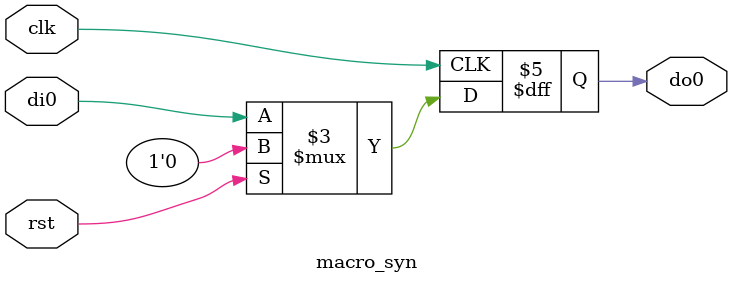
<source format=v>
module macro_syn #(parameter BW = 1) (
 input               clk,
 input      [BW-1:0] di0,
 output reg [BW-1:0] do0,
`ifdef ADDITIONAL
 input               di1,
 //output reg          do1,
 output              do1,
`endif
 input               rst
);

always @(posedge clk) begin
  if (rst) do0 <= {BW{1'b0}};
  else     do0 <= di0;
end

`ifdef ADDITIONAL
//always @(posedge clk) begin
//  if (rst) do1 <= 1'b0;
//  else     do1 <= di1;
//end
sub i_sub (
 .di (di1),
 .do (do1) );
`endif

endmodule

</source>
